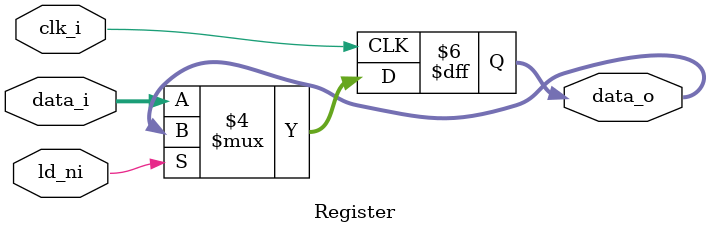
<source format=sv>
`default_nettype none

`ifdef SIMULATE
`timescale 1ns/1ps
`endif


module Register
#(
    parameter DATA_WIDTH = 32)
(
    input  wire logic clk_i,                   // Processor domain clock
    input  wire logic ld_ni,                   // Active Low
    input  wire logic [DATA_WIDTH-1:0] data_i, // Input
    output wire logic [DATA_WIDTH-1:0] data_o  // Output
);

// The register acts only the negative edge of the clock
always_ff @(posedge clk_i) begin
    if (~ld_ni) begin
        `ifdef SIMULATE
            $display("%d Register Load: (%b) %h", $stime, data_i, data_i);
        `endif
        data_o <= data_i;
    end
    else 
        data_o <= data_o;
end

endmodule

</source>
